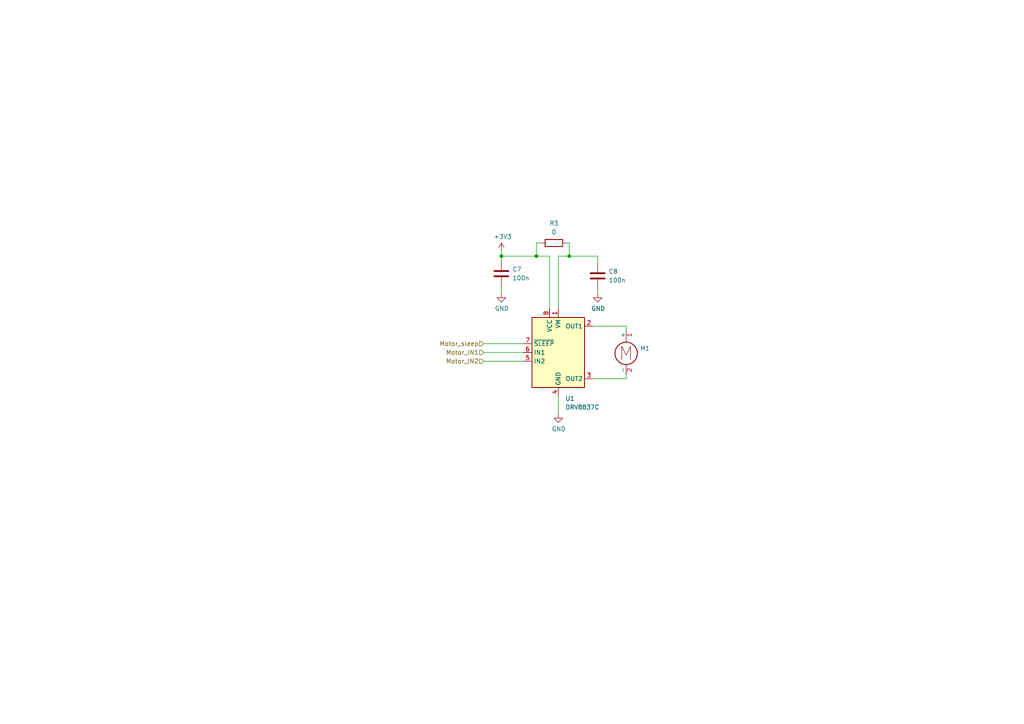
<source format=kicad_sch>
(kicad_sch (version 20211123) (generator eeschema)
  (paper "A4")
  (lib_symbols
    (symbol "Device:C" (pin_numbers hide) (pin_names (offset 0.254))
      (property "Reference" "C" (at 0.635 2.54 0))
      (property "Value" "C" (at 0.635 -2.54 0))
      (symbol "C_0_1"
        (polyline (pts (xy -2.032 -0.762) (xy 2.032 -0.762)) (stroke (width 0.508)))
        (polyline (pts (xy -2.032 0.762) (xy 2.032 0.762)) (stroke (width 0.508)))
      )
      (symbol "C_1_1"
        (pin passive line (at 0 3.81 270) (length 2.794) (name "~") (number "1"))
        (pin passive line (at 0 -3.81 90) (length 2.794) (name "~") (number "2"))
      )
    )
    (symbol "Device:R" (pin_numbers hide) (pin_names (offset 0))
      (property "Reference" "R" (at 2.032 0 90))
      (property "Value" "R" (at 0 0 90))
      (symbol "R_0_1"
        (rectangle (start -1.016 -2.54) (end 1.016 2.54) (stroke (width 0.254)))
      )
      (symbol "R_1_1"
        (pin passive line (at 0 3.81 270) (length 1.27) (name "~") (number "1"))
        (pin passive line (at 0 -3.81 90) (length 1.27) (name "~") (number "2"))
      )
    )
    (symbol "Driver_Motor:DRV8837C"
      (property "Reference" "U" (at 6.35 11.43 0))
      (property "Value" "DRV8837C" (at -10.16 11.43 0))
      (symbol "DRV8837C_0_1"
        (rectangle (start -7.62 10.16) (end 7.62 -10.16) (stroke (width 0.254)) (fill (type background)))
      )
      (symbol "DRV8837C_1_1"
        (pin power_in line (at 0 12.7 270) (length 2.54) (name "VM") (number "1"))
        (pin output line (at 10.16 7.62 180) (length 2.54) (name "OUT1") (number "2"))
        (pin output line (at 10.16 -7.62 180) (length 2.54) (name "OUT2") (number "3"))
        (pin power_in line (at 0 -12.7 90) (length 2.54) (name "GND") (number "4"))
        (pin input line (at -10.16 -2.54 0) (length 2.54) (name "IN2") (number "5"))
        (pin input line (at -10.16 0 0) (length 2.54) (name "IN1") (number "6"))
        (pin input line (at -10.16 2.54 0) (length 2.54) (name "~{SLEEP}") (number "7"))
        (pin power_in line (at -2.54 12.7 270) (length 2.54) (name "VCC") (number "8"))
        (pin passive line (at 0 -12.7 90) (length 2.54) hide (name "GND") (number "9"))
      )
    )
    (symbol "Motor:Motor_DC" (pin_names (offset 0))
      (property "Reference" "M" (at 2.54 2.54 0))
      (property "Value" "Motor_DC" (at 2.54 -5.08 0))
      (symbol "Motor_DC_0_0"
        (polyline (pts (xy -1.27 -3.302) (xy -1.27 0.508) (xy 0 -2.032) (xy 1.27 0.508) (xy 1.27 -3.302)))
      )
      (symbol "Motor_DC_0_1"
        (circle (center 0 -1.524) (radius 3.2512) (stroke (width 0.254)))
        (polyline (pts (xy 0 -7.62) (xy 0 -7.112)))
        (polyline (pts (xy 0 -4.7752) (xy 0 -5.1816)))
        (polyline (pts (xy 0 1.7272) (xy 0 2.0828)))
        (polyline (pts (xy 0 2.032) (xy 0 2.54)))
      )
      (symbol "Motor_DC_1_1"
        (pin passive line (at 0 5.08 270) (length 2.54) (name "+") (number "1"))
        (pin passive line (at 0 -7.62 90) (length 2.54) (name "-") (number "2"))
      )
    )
    (symbol "power:+3.3V" (power) (pin_names (offset 0))
      (property "Value" "+3.3V" (at 0 3.556 0))
      (symbol "+3.3V_0_1"
        (polyline (pts (xy -0.762 1.27) (xy 0 2.54)))
        (polyline (pts (xy 0 0) (xy 0 2.54)))
        (polyline (pts (xy 0 2.54) (xy 0.762 1.27)))
      )
      (symbol "+3.3V_1_1"
        (pin power_in line (at 0 0 90) (length 0) hide (name "+3V3") (number "1"))
      )
    )
    (symbol "power:GND" (power) (pin_names (offset 0))
      (property "Value" "GND" (at 0 -3.81 0))
      (symbol "GND_0_1"
        (polyline (pts (xy 0 0) (xy 0 -1.27) (xy 1.27 -1.27) (xy 0 -2.54) (xy -1.27 -1.27) (xy 0 -1.27)))
      )
      (symbol "GND_1_1"
        (pin power_in line (at 0 0 270) (length 0) hide (name "GND") (number "1"))
      )
    )
  )
  (junction (at 165.1 74.295))
  (junction (at 145.415 74.295))
  (junction (at 155.575 74.295))
  (wire (pts (xy 140.335 102.235) (xy 151.765 102.235)))
  (wire (pts (xy 165.1 70.485) (xy 165.1 74.295)))
  (wire (pts (xy 159.385 74.295) (xy 159.385 89.535)))
  (wire (pts (xy 140.335 104.775) (xy 151.765 104.775)))
  (wire (pts (xy 181.61 109.855) (xy 181.61 108.585)))
  (wire (pts (xy 172.085 94.615) (xy 181.61 94.615)))
  (wire (pts (xy 145.415 85.09) (xy 145.415 83.185)))
  (wire (pts (xy 173.355 85.09) (xy 173.355 83.82)))
  (wire (pts (xy 164.465 70.485) (xy 165.1 70.485)))
  (wire (pts (xy 161.925 74.295) (xy 165.1 74.295)))
  (wire (pts (xy 155.575 74.295) (xy 145.415 74.295)))
  (wire (pts (xy 165.1 74.295) (xy 173.355 74.295)))
  (wire (pts (xy 159.385 74.295) (xy 155.575 74.295)))
  (wire (pts (xy 145.415 73.025) (xy 145.415 74.295)))
  (wire (pts (xy 173.355 74.295) (xy 173.355 76.2)))
  (wire (pts (xy 181.61 94.615) (xy 181.61 95.885)))
  (wire (pts (xy 140.335 99.695) (xy 151.765 99.695)))
  (wire (pts (xy 145.415 74.295) (xy 145.415 75.565)))
  (wire (pts (xy 155.575 70.485) (xy 156.845 70.485)))
  (wire (pts (xy 161.925 74.295) (xy 161.925 89.535)))
  (wire (pts (xy 172.085 109.855) (xy 181.61 109.855)))
  (wire (pts (xy 155.575 70.485) (xy 155.575 74.295)))
  (wire (pts (xy 161.925 120.015) (xy 161.925 114.935)))
  (hierarchical_label "Motor_sleep" (shape input) (at 140.335 99.695 180))
  (hierarchical_label "Motor_IN2" (shape input) (at 140.335 104.775 180))
  (hierarchical_label "Motor_IN1" (shape input) (at 140.335 102.235 180))
  (symbol (lib_id "power:GND") (at 161.925 120.015 0) (unit 1)
    (property "Reference" "#PWR011" (effects hide))
    (property "Value" "GND" (at 162.052 124.4092 0))
  )
  (symbol (lib_id "Motor:Motor_DC") (at 181.61 100.965 0) (unit 1) (in_bom no)
    (property "Reference" "M1" (at 185.6232 101.0666 0) (effects (justify left)))
  )
  (symbol (lib_id "power:+3.3V") (at 145.415 73.025 0) (unit 1)
    (property "Reference" "#PWR012" (effects hide))
    (property "Value" "+3.3V" (at 145.796 68.6308 0))
  )
  (symbol (lib_id "power:GND") (at 145.415 85.09 0) (unit 1)
    (property "Reference" "#PWR0105" (effects hide))
    (property "Value" "GND" (at 145.542 89.4842 0))
  )
  (symbol (lib_id "Device:C") (at 145.415 79.375 0) (unit 1)
    (property "Reference" "C7" (at 148.59 78.1049 0) (effects (justify left)))
    (property "Value" "100n" (at 148.59 80.6449 0) (effects (justify left)))
    (property "Footprint" "Capacitor_SMD:C_0603_1608Metric" (effects hide))
  )
  (symbol (lib_id "Device:C") (at 173.355 80.01 0) (unit 1)
    (property "Reference" "C8" (at 176.53 78.7399 0) (effects (justify left)))
    (property "Value" "100n" (at 176.53 81.2799 0) (effects (justify left)))
    (property "Footprint" "Capacitor_SMD:C_0603_1608Metric" (effects hide))
  )
  (symbol (lib_id "Device:R") (at 160.655 70.485 90) (unit 1)
    (property "Reference" "R3" (at 160.655 64.77 90))
    (property "Value" "0" (at 160.655 67.31 90))
  )
  (symbol (lib_id "power:GND") (at 173.355 85.09 0) (unit 1)
    (property "Reference" "#PWR0118" (effects hide))
    (property "Value" "GND" (at 173.482 89.4842 0))
  )
  (symbol (lib_id "Driver_Motor:DRV8837C") (at 161.925 102.235 0) (unit 1)
    (property "Reference" "U1" (at 163.9444 115.57 0) (effects (justify left)))
    (property "Value" "DRV8837C" (at 163.9444 118.11 0) (effects (justify left)))
    (property "Footprint" "Package_SON:WSON-8-1EP_2x2mm_P0.5mm_EP0.9x1.6mm" (effects hide))
    (property "Datasheet" "http://www.ti.com/lit/ds/symlink/drv8837c.pdf" (effects hide))
  )
)
</source>
